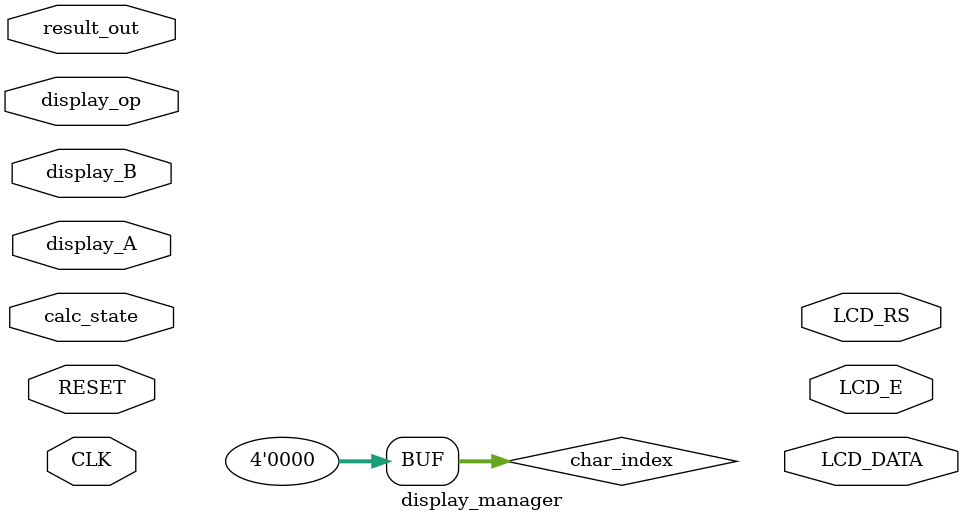
<source format=v>
module display_manager (
    input CLK,
    input RESET,
    
    // Inputs from Calculator Core
    input [7:0] display_A,
    input [7:0] display_B,
    input [7:0] result_out,
    input [1:0] display_op,
    input [2:0] calc_state,

    // Outputs to Physical LCD Pins
    output LCD_RS,
    output LCD_E,
    output [3:0] LCD_DATA
);
    
    // --- State Machine Registers ---
    localparam [3:0] S_IDLE=0, S_CLEAR_INIT=1, S_CONV_START=2, S_DISP_A=3, S_DISP_OP=4, S_DISP_B=5, S_DISP_EQ=6, S_CONV_RES=7, S_DISP_RES=8;
    reg [3:0] disp_state;
    wire [3:0] next_disp_state;

    // --- BCD Wires and Control ---
    wire [3:0] bcd_A_H, bcd_A_T, bcd_A_U;
    // ... (bcd_B and bcd_R wires declared here) ...
    reg start_conv_A, start_conv_B, start_conv_R;
    wire done_A, done_B, done_R;

    // --- LCD Controller Wires/Registers ---
    reg [7:0] ascii_char;
    reg char_ready_pulse;
    reg [3:0] current_addr;
    reg [3:0] char_index = 4'd0;

    // --- 1. Instantiate BCD Converters (Use wire/reg ports) ---
    // ... (Instantiations of i_conv_A, i_conv_B, i_conv_R) ...

    // --- 2. Instantiate LCD Controller (Use wire/reg ports) ---
    // ... (Instantiation of i_lcd_ctrl) ...
    
    // --- 3. Sequential and Combinational Logic (FSM & Output Setup) ---
    // ... (FSM logic remains the same, using 'reg' for state and 'always @(*)' for next_state) ...

endmodule
</source>
